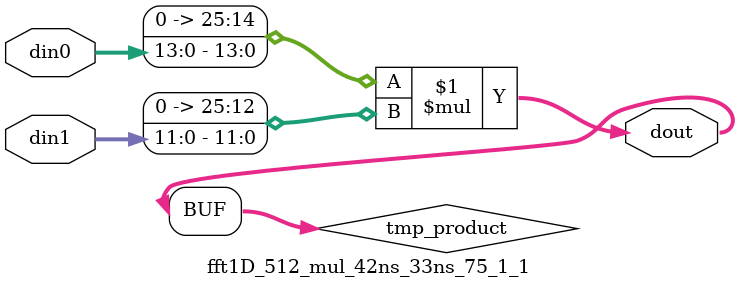
<source format=v>

`timescale 1 ns / 1 ps

  module fft1D_512_mul_42ns_33ns_75_1_1(din0, din1, dout);
parameter ID = 1;
parameter NUM_STAGE = 0;
parameter din0_WIDTH = 14;
parameter din1_WIDTH = 12;
parameter dout_WIDTH = 26;

input [din0_WIDTH - 1 : 0] din0; 
input [din1_WIDTH - 1 : 0] din1; 
output [dout_WIDTH - 1 : 0] dout;

wire signed [dout_WIDTH - 1 : 0] tmp_product;










assign tmp_product = $signed({1'b0, din0}) * $signed({1'b0, din1});











assign dout = tmp_product;







endmodule

</source>
